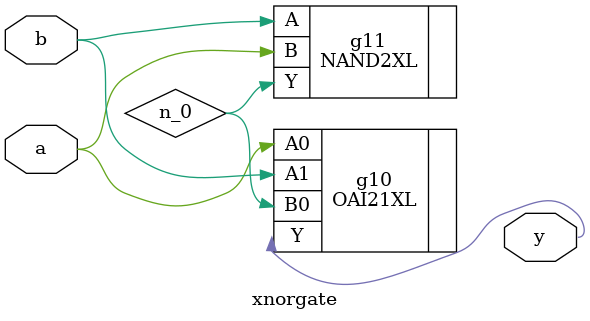
<source format=v>


// Verification Directory fv/xnorgate 

module xnorgate(a, b, y);
  input a, b;
  output y;
  wire a, b;
  wire y;
  wire n_0;
  OAI21XL g10(.A0 (a), .A1 (b), .B0 (n_0), .Y (y));
  NAND2XL g11(.A (b), .B (a), .Y (n_0));
endmodule


</source>
